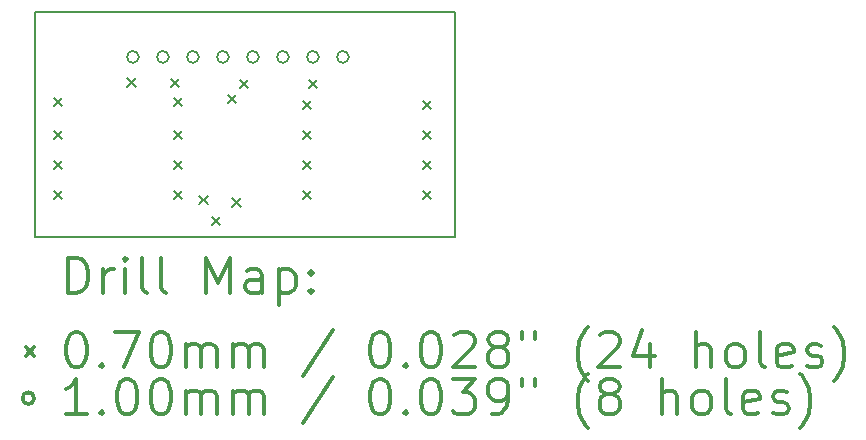
<source format=gbr>
%FSLAX45Y45*%
G04 Gerber Fmt 4.5, Leading zero omitted, Abs format (unit mm)*
G04 Created by KiCad (PCBNEW (5.0.0)) date 09/08/18 20:17:46*
%MOMM*%
%LPD*%
G01*
G04 APERTURE LIST*
%ADD10C,0.200000*%
%ADD11C,0.300000*%
G04 APERTURE END LIST*
D10*
X9906000Y-9779000D02*
X9906000Y-7874000D01*
X13462000Y-9779000D02*
X9906000Y-9779000D01*
X13462000Y-7874000D02*
X13462000Y-9779000D01*
X9906000Y-7874000D02*
X13462000Y-7874000D01*
D10*
X10683800Y-8435900D02*
X10753800Y-8505900D01*
X10753800Y-8435900D02*
X10683800Y-8505900D01*
X11051226Y-8438960D02*
X11121226Y-8508960D01*
X11121226Y-8438960D02*
X11051226Y-8508960D01*
X11293400Y-9432460D02*
X11363400Y-9502460D01*
X11363400Y-9432460D02*
X11293400Y-9502460D01*
X11397252Y-9607677D02*
X11467252Y-9677677D01*
X11467252Y-9607677D02*
X11397252Y-9677677D01*
X11534700Y-8575600D02*
X11604700Y-8645600D01*
X11604700Y-8575600D02*
X11534700Y-8645600D01*
X11572800Y-9451900D02*
X11642800Y-9521900D01*
X11642800Y-9451900D02*
X11572800Y-9521900D01*
X11636300Y-8448600D02*
X11706300Y-8518600D01*
X11706300Y-8448600D02*
X11636300Y-8518600D01*
X12220500Y-8448600D02*
X12290500Y-8518600D01*
X12290500Y-8448600D02*
X12220500Y-8518600D01*
X12169700Y-9388400D02*
X12239700Y-9458400D01*
X12239700Y-9388400D02*
X12169700Y-9458400D01*
X13185700Y-9388400D02*
X13255700Y-9458400D01*
X13255700Y-9388400D02*
X13185700Y-9458400D01*
X10061500Y-9134400D02*
X10131500Y-9204400D01*
X10131500Y-9134400D02*
X10061500Y-9204400D01*
X11077500Y-9134400D02*
X11147500Y-9204400D01*
X11147500Y-9134400D02*
X11077500Y-9204400D01*
X10061500Y-9388400D02*
X10131500Y-9458400D01*
X10131500Y-9388400D02*
X10061500Y-9458400D01*
X11077500Y-9388400D02*
X11147500Y-9458400D01*
X11147500Y-9388400D02*
X11077500Y-9458400D01*
X10061500Y-8601000D02*
X10131500Y-8671000D01*
X10131500Y-8601000D02*
X10061500Y-8671000D01*
X11077500Y-8601000D02*
X11147500Y-8671000D01*
X11147500Y-8601000D02*
X11077500Y-8671000D01*
X12169700Y-8880400D02*
X12239700Y-8950400D01*
X12239700Y-8880400D02*
X12169700Y-8950400D01*
X13185700Y-8880400D02*
X13255700Y-8950400D01*
X13255700Y-8880400D02*
X13185700Y-8950400D01*
X12169700Y-9134400D02*
X12239700Y-9204400D01*
X12239700Y-9134400D02*
X12169700Y-9204400D01*
X13185700Y-9134400D02*
X13255700Y-9204400D01*
X13255700Y-9134400D02*
X13185700Y-9204400D01*
X10061500Y-8880400D02*
X10131500Y-8950400D01*
X10131500Y-8880400D02*
X10061500Y-8950400D01*
X11077500Y-8880400D02*
X11147500Y-8950400D01*
X11147500Y-8880400D02*
X11077500Y-8950400D01*
X12169700Y-8626400D02*
X12239700Y-8696400D01*
X12239700Y-8626400D02*
X12169700Y-8696400D01*
X13185700Y-8626400D02*
X13255700Y-8696400D01*
X13255700Y-8626400D02*
X13185700Y-8696400D01*
X10781500Y-8255000D02*
G75*
G03X10781500Y-8255000I-50000J0D01*
G01*
X11035500Y-8255000D02*
G75*
G03X11035500Y-8255000I-50000J0D01*
G01*
X11289500Y-8255000D02*
G75*
G03X11289500Y-8255000I-50000J0D01*
G01*
X11543500Y-8255000D02*
G75*
G03X11543500Y-8255000I-50000J0D01*
G01*
X11797500Y-8255000D02*
G75*
G03X11797500Y-8255000I-50000J0D01*
G01*
X12051500Y-8255000D02*
G75*
G03X12051500Y-8255000I-50000J0D01*
G01*
X12305500Y-8255000D02*
G75*
G03X12305500Y-8255000I-50000J0D01*
G01*
X12559500Y-8255000D02*
G75*
G03X12559500Y-8255000I-50000J0D01*
G01*
D11*
X10182428Y-10254714D02*
X10182428Y-9954714D01*
X10253857Y-9954714D01*
X10296714Y-9969000D01*
X10325286Y-9997572D01*
X10339571Y-10026143D01*
X10353857Y-10083286D01*
X10353857Y-10126143D01*
X10339571Y-10183286D01*
X10325286Y-10211857D01*
X10296714Y-10240429D01*
X10253857Y-10254714D01*
X10182428Y-10254714D01*
X10482428Y-10254714D02*
X10482428Y-10054714D01*
X10482428Y-10111857D02*
X10496714Y-10083286D01*
X10511000Y-10069000D01*
X10539571Y-10054714D01*
X10568143Y-10054714D01*
X10668143Y-10254714D02*
X10668143Y-10054714D01*
X10668143Y-9954714D02*
X10653857Y-9969000D01*
X10668143Y-9983286D01*
X10682428Y-9969000D01*
X10668143Y-9954714D01*
X10668143Y-9983286D01*
X10853857Y-10254714D02*
X10825286Y-10240429D01*
X10811000Y-10211857D01*
X10811000Y-9954714D01*
X11011000Y-10254714D02*
X10982428Y-10240429D01*
X10968143Y-10211857D01*
X10968143Y-9954714D01*
X11353857Y-10254714D02*
X11353857Y-9954714D01*
X11453857Y-10169000D01*
X11553857Y-9954714D01*
X11553857Y-10254714D01*
X11825286Y-10254714D02*
X11825286Y-10097572D01*
X11811000Y-10069000D01*
X11782428Y-10054714D01*
X11725286Y-10054714D01*
X11696714Y-10069000D01*
X11825286Y-10240429D02*
X11796714Y-10254714D01*
X11725286Y-10254714D01*
X11696714Y-10240429D01*
X11682428Y-10211857D01*
X11682428Y-10183286D01*
X11696714Y-10154714D01*
X11725286Y-10140429D01*
X11796714Y-10140429D01*
X11825286Y-10126143D01*
X11968143Y-10054714D02*
X11968143Y-10354714D01*
X11968143Y-10069000D02*
X11996714Y-10054714D01*
X12053857Y-10054714D01*
X12082428Y-10069000D01*
X12096714Y-10083286D01*
X12111000Y-10111857D01*
X12111000Y-10197572D01*
X12096714Y-10226143D01*
X12082428Y-10240429D01*
X12053857Y-10254714D01*
X11996714Y-10254714D01*
X11968143Y-10240429D01*
X12239571Y-10226143D02*
X12253857Y-10240429D01*
X12239571Y-10254714D01*
X12225286Y-10240429D01*
X12239571Y-10226143D01*
X12239571Y-10254714D01*
X12239571Y-10069000D02*
X12253857Y-10083286D01*
X12239571Y-10097572D01*
X12225286Y-10083286D01*
X12239571Y-10069000D01*
X12239571Y-10097572D01*
X9826000Y-10714000D02*
X9896000Y-10784000D01*
X9896000Y-10714000D02*
X9826000Y-10784000D01*
X10239571Y-10584714D02*
X10268143Y-10584714D01*
X10296714Y-10599000D01*
X10311000Y-10613286D01*
X10325286Y-10641857D01*
X10339571Y-10699000D01*
X10339571Y-10770429D01*
X10325286Y-10827572D01*
X10311000Y-10856143D01*
X10296714Y-10870429D01*
X10268143Y-10884714D01*
X10239571Y-10884714D01*
X10211000Y-10870429D01*
X10196714Y-10856143D01*
X10182428Y-10827572D01*
X10168143Y-10770429D01*
X10168143Y-10699000D01*
X10182428Y-10641857D01*
X10196714Y-10613286D01*
X10211000Y-10599000D01*
X10239571Y-10584714D01*
X10468143Y-10856143D02*
X10482428Y-10870429D01*
X10468143Y-10884714D01*
X10453857Y-10870429D01*
X10468143Y-10856143D01*
X10468143Y-10884714D01*
X10582428Y-10584714D02*
X10782428Y-10584714D01*
X10653857Y-10884714D01*
X10953857Y-10584714D02*
X10982428Y-10584714D01*
X11011000Y-10599000D01*
X11025286Y-10613286D01*
X11039571Y-10641857D01*
X11053857Y-10699000D01*
X11053857Y-10770429D01*
X11039571Y-10827572D01*
X11025286Y-10856143D01*
X11011000Y-10870429D01*
X10982428Y-10884714D01*
X10953857Y-10884714D01*
X10925286Y-10870429D01*
X10911000Y-10856143D01*
X10896714Y-10827572D01*
X10882428Y-10770429D01*
X10882428Y-10699000D01*
X10896714Y-10641857D01*
X10911000Y-10613286D01*
X10925286Y-10599000D01*
X10953857Y-10584714D01*
X11182428Y-10884714D02*
X11182428Y-10684714D01*
X11182428Y-10713286D02*
X11196714Y-10699000D01*
X11225286Y-10684714D01*
X11268143Y-10684714D01*
X11296714Y-10699000D01*
X11311000Y-10727572D01*
X11311000Y-10884714D01*
X11311000Y-10727572D02*
X11325286Y-10699000D01*
X11353857Y-10684714D01*
X11396714Y-10684714D01*
X11425286Y-10699000D01*
X11439571Y-10727572D01*
X11439571Y-10884714D01*
X11582428Y-10884714D02*
X11582428Y-10684714D01*
X11582428Y-10713286D02*
X11596714Y-10699000D01*
X11625286Y-10684714D01*
X11668143Y-10684714D01*
X11696714Y-10699000D01*
X11711000Y-10727572D01*
X11711000Y-10884714D01*
X11711000Y-10727572D02*
X11725286Y-10699000D01*
X11753857Y-10684714D01*
X11796714Y-10684714D01*
X11825286Y-10699000D01*
X11839571Y-10727572D01*
X11839571Y-10884714D01*
X12425286Y-10570429D02*
X12168143Y-10956143D01*
X12811000Y-10584714D02*
X12839571Y-10584714D01*
X12868143Y-10599000D01*
X12882428Y-10613286D01*
X12896714Y-10641857D01*
X12911000Y-10699000D01*
X12911000Y-10770429D01*
X12896714Y-10827572D01*
X12882428Y-10856143D01*
X12868143Y-10870429D01*
X12839571Y-10884714D01*
X12811000Y-10884714D01*
X12782428Y-10870429D01*
X12768143Y-10856143D01*
X12753857Y-10827572D01*
X12739571Y-10770429D01*
X12739571Y-10699000D01*
X12753857Y-10641857D01*
X12768143Y-10613286D01*
X12782428Y-10599000D01*
X12811000Y-10584714D01*
X13039571Y-10856143D02*
X13053857Y-10870429D01*
X13039571Y-10884714D01*
X13025286Y-10870429D01*
X13039571Y-10856143D01*
X13039571Y-10884714D01*
X13239571Y-10584714D02*
X13268143Y-10584714D01*
X13296714Y-10599000D01*
X13311000Y-10613286D01*
X13325286Y-10641857D01*
X13339571Y-10699000D01*
X13339571Y-10770429D01*
X13325286Y-10827572D01*
X13311000Y-10856143D01*
X13296714Y-10870429D01*
X13268143Y-10884714D01*
X13239571Y-10884714D01*
X13211000Y-10870429D01*
X13196714Y-10856143D01*
X13182428Y-10827572D01*
X13168143Y-10770429D01*
X13168143Y-10699000D01*
X13182428Y-10641857D01*
X13196714Y-10613286D01*
X13211000Y-10599000D01*
X13239571Y-10584714D01*
X13453857Y-10613286D02*
X13468143Y-10599000D01*
X13496714Y-10584714D01*
X13568143Y-10584714D01*
X13596714Y-10599000D01*
X13611000Y-10613286D01*
X13625286Y-10641857D01*
X13625286Y-10670429D01*
X13611000Y-10713286D01*
X13439571Y-10884714D01*
X13625286Y-10884714D01*
X13796714Y-10713286D02*
X13768143Y-10699000D01*
X13753857Y-10684714D01*
X13739571Y-10656143D01*
X13739571Y-10641857D01*
X13753857Y-10613286D01*
X13768143Y-10599000D01*
X13796714Y-10584714D01*
X13853857Y-10584714D01*
X13882428Y-10599000D01*
X13896714Y-10613286D01*
X13911000Y-10641857D01*
X13911000Y-10656143D01*
X13896714Y-10684714D01*
X13882428Y-10699000D01*
X13853857Y-10713286D01*
X13796714Y-10713286D01*
X13768143Y-10727572D01*
X13753857Y-10741857D01*
X13739571Y-10770429D01*
X13739571Y-10827572D01*
X13753857Y-10856143D01*
X13768143Y-10870429D01*
X13796714Y-10884714D01*
X13853857Y-10884714D01*
X13882428Y-10870429D01*
X13896714Y-10856143D01*
X13911000Y-10827572D01*
X13911000Y-10770429D01*
X13896714Y-10741857D01*
X13882428Y-10727572D01*
X13853857Y-10713286D01*
X14025286Y-10584714D02*
X14025286Y-10641857D01*
X14139571Y-10584714D02*
X14139571Y-10641857D01*
X14582428Y-10999000D02*
X14568143Y-10984714D01*
X14539571Y-10941857D01*
X14525286Y-10913286D01*
X14511000Y-10870429D01*
X14496714Y-10799000D01*
X14496714Y-10741857D01*
X14511000Y-10670429D01*
X14525286Y-10627572D01*
X14539571Y-10599000D01*
X14568143Y-10556143D01*
X14582428Y-10541857D01*
X14682428Y-10613286D02*
X14696714Y-10599000D01*
X14725286Y-10584714D01*
X14796714Y-10584714D01*
X14825286Y-10599000D01*
X14839571Y-10613286D01*
X14853857Y-10641857D01*
X14853857Y-10670429D01*
X14839571Y-10713286D01*
X14668143Y-10884714D01*
X14853857Y-10884714D01*
X15111000Y-10684714D02*
X15111000Y-10884714D01*
X15039571Y-10570429D02*
X14968143Y-10784714D01*
X15153857Y-10784714D01*
X15496714Y-10884714D02*
X15496714Y-10584714D01*
X15625286Y-10884714D02*
X15625286Y-10727572D01*
X15611000Y-10699000D01*
X15582428Y-10684714D01*
X15539571Y-10684714D01*
X15511000Y-10699000D01*
X15496714Y-10713286D01*
X15811000Y-10884714D02*
X15782428Y-10870429D01*
X15768143Y-10856143D01*
X15753857Y-10827572D01*
X15753857Y-10741857D01*
X15768143Y-10713286D01*
X15782428Y-10699000D01*
X15811000Y-10684714D01*
X15853857Y-10684714D01*
X15882428Y-10699000D01*
X15896714Y-10713286D01*
X15911000Y-10741857D01*
X15911000Y-10827572D01*
X15896714Y-10856143D01*
X15882428Y-10870429D01*
X15853857Y-10884714D01*
X15811000Y-10884714D01*
X16082428Y-10884714D02*
X16053857Y-10870429D01*
X16039571Y-10841857D01*
X16039571Y-10584714D01*
X16311000Y-10870429D02*
X16282428Y-10884714D01*
X16225286Y-10884714D01*
X16196714Y-10870429D01*
X16182428Y-10841857D01*
X16182428Y-10727572D01*
X16196714Y-10699000D01*
X16225286Y-10684714D01*
X16282428Y-10684714D01*
X16311000Y-10699000D01*
X16325286Y-10727572D01*
X16325286Y-10756143D01*
X16182428Y-10784714D01*
X16439571Y-10870429D02*
X16468143Y-10884714D01*
X16525286Y-10884714D01*
X16553857Y-10870429D01*
X16568143Y-10841857D01*
X16568143Y-10827572D01*
X16553857Y-10799000D01*
X16525286Y-10784714D01*
X16482428Y-10784714D01*
X16453857Y-10770429D01*
X16439571Y-10741857D01*
X16439571Y-10727572D01*
X16453857Y-10699000D01*
X16482428Y-10684714D01*
X16525286Y-10684714D01*
X16553857Y-10699000D01*
X16668143Y-10999000D02*
X16682428Y-10984714D01*
X16711000Y-10941857D01*
X16725286Y-10913286D01*
X16739571Y-10870429D01*
X16753857Y-10799000D01*
X16753857Y-10741857D01*
X16739571Y-10670429D01*
X16725286Y-10627572D01*
X16711000Y-10599000D01*
X16682428Y-10556143D01*
X16668143Y-10541857D01*
X9896000Y-11145000D02*
G75*
G03X9896000Y-11145000I-50000J0D01*
G01*
X10339571Y-11280714D02*
X10168143Y-11280714D01*
X10253857Y-11280714D02*
X10253857Y-10980714D01*
X10225286Y-11023572D01*
X10196714Y-11052143D01*
X10168143Y-11066429D01*
X10468143Y-11252143D02*
X10482428Y-11266429D01*
X10468143Y-11280714D01*
X10453857Y-11266429D01*
X10468143Y-11252143D01*
X10468143Y-11280714D01*
X10668143Y-10980714D02*
X10696714Y-10980714D01*
X10725286Y-10995000D01*
X10739571Y-11009286D01*
X10753857Y-11037857D01*
X10768143Y-11095000D01*
X10768143Y-11166429D01*
X10753857Y-11223571D01*
X10739571Y-11252143D01*
X10725286Y-11266429D01*
X10696714Y-11280714D01*
X10668143Y-11280714D01*
X10639571Y-11266429D01*
X10625286Y-11252143D01*
X10611000Y-11223571D01*
X10596714Y-11166429D01*
X10596714Y-11095000D01*
X10611000Y-11037857D01*
X10625286Y-11009286D01*
X10639571Y-10995000D01*
X10668143Y-10980714D01*
X10953857Y-10980714D02*
X10982428Y-10980714D01*
X11011000Y-10995000D01*
X11025286Y-11009286D01*
X11039571Y-11037857D01*
X11053857Y-11095000D01*
X11053857Y-11166429D01*
X11039571Y-11223571D01*
X11025286Y-11252143D01*
X11011000Y-11266429D01*
X10982428Y-11280714D01*
X10953857Y-11280714D01*
X10925286Y-11266429D01*
X10911000Y-11252143D01*
X10896714Y-11223571D01*
X10882428Y-11166429D01*
X10882428Y-11095000D01*
X10896714Y-11037857D01*
X10911000Y-11009286D01*
X10925286Y-10995000D01*
X10953857Y-10980714D01*
X11182428Y-11280714D02*
X11182428Y-11080714D01*
X11182428Y-11109286D02*
X11196714Y-11095000D01*
X11225286Y-11080714D01*
X11268143Y-11080714D01*
X11296714Y-11095000D01*
X11311000Y-11123572D01*
X11311000Y-11280714D01*
X11311000Y-11123572D02*
X11325286Y-11095000D01*
X11353857Y-11080714D01*
X11396714Y-11080714D01*
X11425286Y-11095000D01*
X11439571Y-11123572D01*
X11439571Y-11280714D01*
X11582428Y-11280714D02*
X11582428Y-11080714D01*
X11582428Y-11109286D02*
X11596714Y-11095000D01*
X11625286Y-11080714D01*
X11668143Y-11080714D01*
X11696714Y-11095000D01*
X11711000Y-11123572D01*
X11711000Y-11280714D01*
X11711000Y-11123572D02*
X11725286Y-11095000D01*
X11753857Y-11080714D01*
X11796714Y-11080714D01*
X11825286Y-11095000D01*
X11839571Y-11123572D01*
X11839571Y-11280714D01*
X12425286Y-10966429D02*
X12168143Y-11352143D01*
X12811000Y-10980714D02*
X12839571Y-10980714D01*
X12868143Y-10995000D01*
X12882428Y-11009286D01*
X12896714Y-11037857D01*
X12911000Y-11095000D01*
X12911000Y-11166429D01*
X12896714Y-11223571D01*
X12882428Y-11252143D01*
X12868143Y-11266429D01*
X12839571Y-11280714D01*
X12811000Y-11280714D01*
X12782428Y-11266429D01*
X12768143Y-11252143D01*
X12753857Y-11223571D01*
X12739571Y-11166429D01*
X12739571Y-11095000D01*
X12753857Y-11037857D01*
X12768143Y-11009286D01*
X12782428Y-10995000D01*
X12811000Y-10980714D01*
X13039571Y-11252143D02*
X13053857Y-11266429D01*
X13039571Y-11280714D01*
X13025286Y-11266429D01*
X13039571Y-11252143D01*
X13039571Y-11280714D01*
X13239571Y-10980714D02*
X13268143Y-10980714D01*
X13296714Y-10995000D01*
X13311000Y-11009286D01*
X13325286Y-11037857D01*
X13339571Y-11095000D01*
X13339571Y-11166429D01*
X13325286Y-11223571D01*
X13311000Y-11252143D01*
X13296714Y-11266429D01*
X13268143Y-11280714D01*
X13239571Y-11280714D01*
X13211000Y-11266429D01*
X13196714Y-11252143D01*
X13182428Y-11223571D01*
X13168143Y-11166429D01*
X13168143Y-11095000D01*
X13182428Y-11037857D01*
X13196714Y-11009286D01*
X13211000Y-10995000D01*
X13239571Y-10980714D01*
X13439571Y-10980714D02*
X13625286Y-10980714D01*
X13525286Y-11095000D01*
X13568143Y-11095000D01*
X13596714Y-11109286D01*
X13611000Y-11123572D01*
X13625286Y-11152143D01*
X13625286Y-11223571D01*
X13611000Y-11252143D01*
X13596714Y-11266429D01*
X13568143Y-11280714D01*
X13482428Y-11280714D01*
X13453857Y-11266429D01*
X13439571Y-11252143D01*
X13768143Y-11280714D02*
X13825286Y-11280714D01*
X13853857Y-11266429D01*
X13868143Y-11252143D01*
X13896714Y-11209286D01*
X13911000Y-11152143D01*
X13911000Y-11037857D01*
X13896714Y-11009286D01*
X13882428Y-10995000D01*
X13853857Y-10980714D01*
X13796714Y-10980714D01*
X13768143Y-10995000D01*
X13753857Y-11009286D01*
X13739571Y-11037857D01*
X13739571Y-11109286D01*
X13753857Y-11137857D01*
X13768143Y-11152143D01*
X13796714Y-11166429D01*
X13853857Y-11166429D01*
X13882428Y-11152143D01*
X13896714Y-11137857D01*
X13911000Y-11109286D01*
X14025286Y-10980714D02*
X14025286Y-11037857D01*
X14139571Y-10980714D02*
X14139571Y-11037857D01*
X14582428Y-11395000D02*
X14568143Y-11380714D01*
X14539571Y-11337857D01*
X14525286Y-11309286D01*
X14511000Y-11266429D01*
X14496714Y-11195000D01*
X14496714Y-11137857D01*
X14511000Y-11066429D01*
X14525286Y-11023572D01*
X14539571Y-10995000D01*
X14568143Y-10952143D01*
X14582428Y-10937857D01*
X14739571Y-11109286D02*
X14711000Y-11095000D01*
X14696714Y-11080714D01*
X14682428Y-11052143D01*
X14682428Y-11037857D01*
X14696714Y-11009286D01*
X14711000Y-10995000D01*
X14739571Y-10980714D01*
X14796714Y-10980714D01*
X14825286Y-10995000D01*
X14839571Y-11009286D01*
X14853857Y-11037857D01*
X14853857Y-11052143D01*
X14839571Y-11080714D01*
X14825286Y-11095000D01*
X14796714Y-11109286D01*
X14739571Y-11109286D01*
X14711000Y-11123572D01*
X14696714Y-11137857D01*
X14682428Y-11166429D01*
X14682428Y-11223571D01*
X14696714Y-11252143D01*
X14711000Y-11266429D01*
X14739571Y-11280714D01*
X14796714Y-11280714D01*
X14825286Y-11266429D01*
X14839571Y-11252143D01*
X14853857Y-11223571D01*
X14853857Y-11166429D01*
X14839571Y-11137857D01*
X14825286Y-11123572D01*
X14796714Y-11109286D01*
X15211000Y-11280714D02*
X15211000Y-10980714D01*
X15339571Y-11280714D02*
X15339571Y-11123572D01*
X15325286Y-11095000D01*
X15296714Y-11080714D01*
X15253857Y-11080714D01*
X15225286Y-11095000D01*
X15211000Y-11109286D01*
X15525286Y-11280714D02*
X15496714Y-11266429D01*
X15482428Y-11252143D01*
X15468143Y-11223571D01*
X15468143Y-11137857D01*
X15482428Y-11109286D01*
X15496714Y-11095000D01*
X15525286Y-11080714D01*
X15568143Y-11080714D01*
X15596714Y-11095000D01*
X15611000Y-11109286D01*
X15625286Y-11137857D01*
X15625286Y-11223571D01*
X15611000Y-11252143D01*
X15596714Y-11266429D01*
X15568143Y-11280714D01*
X15525286Y-11280714D01*
X15796714Y-11280714D02*
X15768143Y-11266429D01*
X15753857Y-11237857D01*
X15753857Y-10980714D01*
X16025286Y-11266429D02*
X15996714Y-11280714D01*
X15939571Y-11280714D01*
X15911000Y-11266429D01*
X15896714Y-11237857D01*
X15896714Y-11123572D01*
X15911000Y-11095000D01*
X15939571Y-11080714D01*
X15996714Y-11080714D01*
X16025286Y-11095000D01*
X16039571Y-11123572D01*
X16039571Y-11152143D01*
X15896714Y-11180714D01*
X16153857Y-11266429D02*
X16182428Y-11280714D01*
X16239571Y-11280714D01*
X16268143Y-11266429D01*
X16282428Y-11237857D01*
X16282428Y-11223571D01*
X16268143Y-11195000D01*
X16239571Y-11180714D01*
X16196714Y-11180714D01*
X16168143Y-11166429D01*
X16153857Y-11137857D01*
X16153857Y-11123572D01*
X16168143Y-11095000D01*
X16196714Y-11080714D01*
X16239571Y-11080714D01*
X16268143Y-11095000D01*
X16382428Y-11395000D02*
X16396714Y-11380714D01*
X16425286Y-11337857D01*
X16439571Y-11309286D01*
X16453857Y-11266429D01*
X16468143Y-11195000D01*
X16468143Y-11137857D01*
X16453857Y-11066429D01*
X16439571Y-11023572D01*
X16425286Y-10995000D01*
X16396714Y-10952143D01*
X16382428Y-10937857D01*
M02*

</source>
